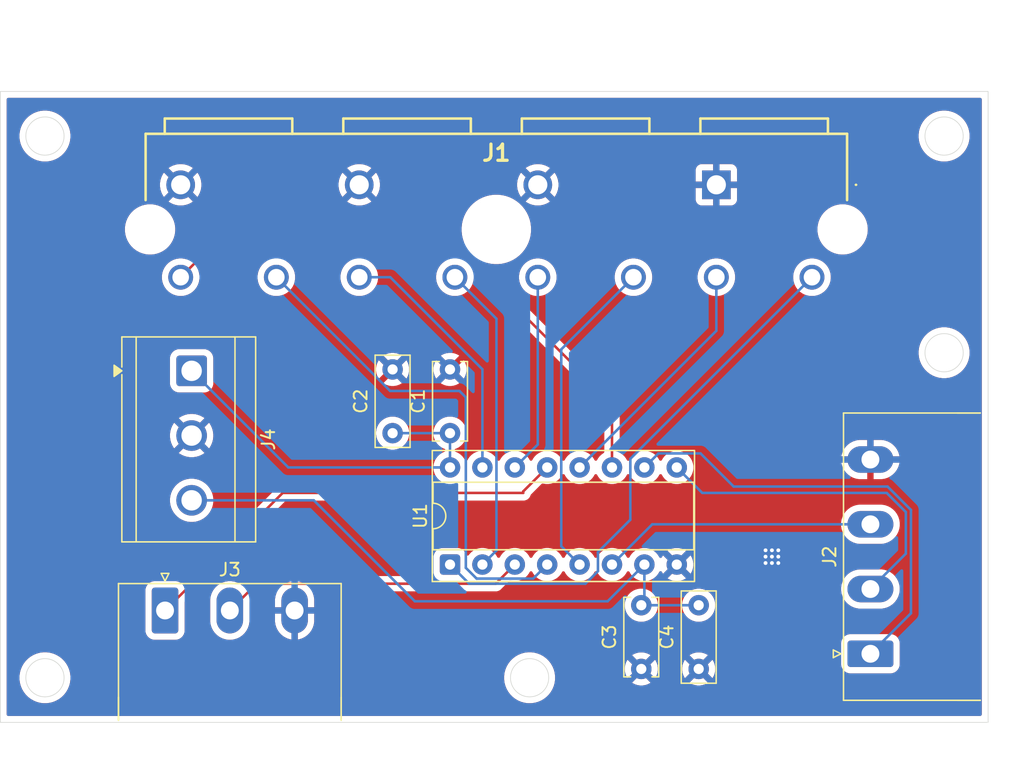
<source format=kicad_pcb>
(kicad_pcb (version 20241229) (generator "pcbnew") (generator_version "9.0")
  (layers (0 "F.Cu" signal) (2 "B.Cu" signal) (13 "F.Paste" user) (15 "B.Paste" user) (5 "F.SilkS" user "F.Silkscreen") (7 "B.SilkS" user "B.Silkscreen") (1 "F.Mask" user) (3 "B.Mask" user) (25 "Edge.Cuts" user))
  (net 0 "")
  (net 1 "+5V")
  (net 2 "GND")
  (net 3 "-5V")
  (net 4 "/CH4L")
  (net 5 "/CH4R")
  (net 6 "/CH1L")
  (net 7 "/CH2R")
  (net 8 "/CH2L")
  (net 9 "/CH3R")
  (net 10 "/CH3L")
  (net 11 "/CH1R")
  (net 12 "/CTRL_A")
  (net 13 "/CTRL_B")
  (net 14 "/MUTE")
  (net 15 "/OUT_L")
  (net 16 "/OUT_R")
  (footprint "Connector_Phoenix_MSTB:PhoenixContact_MSTBA_2,5_4-G-5,08_1x04_P5.08mm_Horizontal" (layer "F.Cu") (at 114.7225 80.62 90)
    (property "Reference" "J2" (at 7.62 -3.2 90) (layer "F.SilkS"))
    (property "Value" "Screw_Terminal_01x04")
    (fp_line (start 0.3 -2.91) (end 0 -2.31) (stroke (width 0.12)) (layer "F.SilkS"))
    (fp_line (start -0.3 -2.91) (end 0.3 -2.91) (stroke (width 0.12)) (layer "F.SilkS"))
    (fp_line (start 0 -2.31) (end -0.3 -2.91) (stroke (width 0.12)) (layer "F.SilkS"))
    (fp_line (start 18.89 -2.11) (end -3.65 -2.11) (stroke (width 0.12)) (layer "F.SilkS"))
    (fp_line (start -3.65 -2.11) (end -3.65 8.61) (stroke (width 0.12)) (layer "F.SilkS"))
    (fp_line (start 18.89 6.81) (end 18.89 8.61) (stroke (width 0.12)) (layer "F.SilkS"))
    (fp_line (start 18.89 8.61) (end 18.89 -2.11) (stroke (width 0.12)) (layer "F.SilkS"))
    (fp_line (start -3.65 8.61) (end -3.65 6.81) (stroke (width 0.12)) (layer "F.SilkS"))
    (pad "1" thru_hole roundrect (at 0 0 90) (size 2.08 3.6) (drill 1.4) (layers "*.Cu" "*.Mask") (roundrect_rratio 0.120192) (net 12 "/CTRL_A"))
    (pad "2" thru_hole oval (at 5.08 0 90) (size 2.08 3.6) (drill 1.4) (layers "*.Cu" "*.Mask") (net 13 "/CTRL_B"))
    (pad "3" thru_hole oval (at 10.16 0 90) (size 2.08 3.6) (drill 1.4) (layers "*.Cu" "*.Mask") (net 14 "/MUTE"))
    (pad "4" thru_hole oval (at 15.24 0 90) (size 2.08 3.6) (drill 1.4) (layers "*.Cu" "*.Mask") (net 2 "GND"))
  )
  (footprint "Capacitor_THT:C_Disc_D6.0mm_W2.5mm_P5.00mm" (layer "F.Cu") (at 96.758 81.81 90)
    (property "Reference" "C3" (at 2.5 -2.5 90) (layer "F.SilkS"))
    (property "Value" "100nF")
    (fp_line (start 5.62 -1.37) (end 5.62 -0.835) (stroke (width 0.12)) (layer "F.SilkS"))
    (fp_line (start -0.62 -1.37) (end 5.62 -1.37) (stroke (width 0.12)) (layer "F.SilkS"))
    (fp_line (start -0.62 -1.37) (end -0.62 -0.835) (stroke (width 0.12)) (layer "F.SilkS"))
    (fp_line (start 5.62 0.835) (end 5.62 1.37) (stroke (width 0.12)) (layer "F.SilkS"))
    (fp_line (start -0.62 0.835) (end -0.62 1.37) (stroke (width 0.12)) (layer "F.SilkS"))
    (fp_line (start -0.62 1.37) (end 5.62 1.37) (stroke (width 0.12)) (layer "F.SilkS"))
    (pad "1" thru_hole circle (at 0 0 90) (size 1.6 1.6) (drill 0.8) (layers "*.Cu" "*.Mask") (net 2 "GND"))
    (pad "2" thru_hole circle (at 5 0 90) (size 1.6 1.6) (drill 0.8) (layers "*.Cu" "*.Mask") (net 3 "-5V"))
  )
  (footprint "Capacitor_THT:C_Disc_D6.0mm_W2.5mm_P5.00mm" (layer "F.Cu") (at 81.758 63.31 90)
    (property "Reference" "C1" (at 2.5 -2.5 90) (layer "F.SilkS"))
    (property "Value" "100nF")
    (fp_line (start 5.62 -1.37) (end 5.62 -0.835) (stroke (width 0.12)) (layer "F.SilkS"))
    (fp_line (start -0.62 -1.37) (end 5.62 -1.37) (stroke (width 0.12)) (layer "F.SilkS"))
    (fp_line (start -0.62 -1.37) (end -0.62 -0.835) (stroke (width 0.12)) (layer "F.SilkS"))
    (fp_line (start 5.62 0.835) (end 5.62 1.37) (stroke (width 0.12)) (layer "F.SilkS"))
    (fp_line (start -0.62 0.835) (end -0.62 1.37) (stroke (width 0.12)) (layer "F.SilkS"))
    (fp_line (start -0.62 1.37) (end 5.62 1.37) (stroke (width 0.12)) (layer "F.SilkS"))
    (pad "1" thru_hole circle (at 0 0 90) (size 1.6 1.6) (drill 0.8) (layers "*.Cu" "*.Mask") (net 1 "+5V"))
    (pad "2" thru_hole circle (at 5 0 90) (size 1.6 1.6) (drill 0.8) (layers "*.Cu" "*.Mask") (net 2 "GND"))
  )
  (footprint "Connector_Phoenix_MSTB:PhoenixContact_MSTBA_2,5_3-G-5,08_1x03_P5.08mm_Horizontal" (layer "F.Cu") (at 59.415 77.2225)
    (property "Reference" "J3" (at 5.08 -3.2 0) (layer "F.SilkS"))
    (property "Value" "Screw_Terminal_01x03")
    (fp_line (start -3.65 -2.11) (end -3.65 8.61) (stroke (width 0.12)) (layer "F.SilkS"))
    (fp_line (start -3.65 8.61) (end -3.65 6.81) (stroke (width 0.12)) (layer "F.SilkS"))
    (fp_line (start -0.3 -2.91) (end 0.3 -2.91) (stroke (width 0.12)) (layer "F.SilkS"))
    (fp_line (start 0 -2.31) (end -0.3 -2.91) (stroke (width 0.12)) (layer "F.SilkS"))
    (fp_line (start 0.3 -2.91) (end 0 -2.31) (stroke (width 0.12)) (layer "F.SilkS"))
    (fp_line (start 13.81 -2.11) (end -3.65 -2.11) (stroke (width 0.12)) (layer "F.SilkS"))
    (fp_line (start 13.81 6.81) (end 13.81 8.61) (stroke (width 0.12)) (layer "F.SilkS"))
    (fp_line (start 13.81 8.61) (end 13.81 -2.11) (stroke (width 0.12)) (layer "F.SilkS"))
    (pad "1" thru_hole roundrect (at 0 0) (size 2.08 3.6) (drill 1.4) (layers "*.Cu" "*.Mask") (roundrect_rratio 0.120192) (net 15 "/OUT_L"))
    (pad "2" thru_hole oval (at 5.08 0) (size 2.08 3.6) (drill 1.4) (layers "*.Cu" "*.Mask") (net 16 "/OUT_R"))
    (pad "3" thru_hole oval (at 10.16 0) (size 2.08 3.6) (drill 1.4) (layers "*.Cu" "*.Mask") (net 2 "GND"))
  )
  (footprint "Package_DIP:DIP-16_W7.62mm_Socket" (layer "F.Cu") (at 81.76 73.62 90)
    (property "Reference" "U1" (at 3.81 -2.33 90) (layer "F.SilkS"))
    (property "Value" "CD4052B")
    (fp_line (start 6.46 -1.33) (end 4.81 -1.33) (stroke (width 0.12)) (layer "F.SilkS"))
    (fp_line (start 2.81 -1.33) (end 1.16 -1.33) (stroke (width 0.12)) (layer "F.SilkS"))
    (fp_line (start 1.16 -1.33) (end 1.16 19.11) (stroke (width 0.12)) (layer "F.SilkS"))
    (fp_line (start 6.46 19.11) (end 6.46 -1.33) (stroke (width 0.12)) (layer "F.SilkS"))
    (fp_line (start 1.16 19.11) (end 6.46 19.11) (stroke (width 0.12)) (layer "F.SilkS"))
    (fp_rect (start -1.33 -1.39) (end 8.95 19.17) (stroke (width 0.12)) (fill no) (layer "F.SilkS"))
    (fp_arc (start 4.81 -1.33) (mid 3.81 -0.33) (end 2.81 -1.33) (stroke (width 0.12)) (layer "F.SilkS"))
    (pad "1" thru_hole roundrect (at 0 0 90) (size 1.6 1.6) (drill 0.8) (layers "*.Cu" "*.Mask") (roundrect_rratio 0.15625) (net 11 "/CH1R"))
    (pad "2" thru_hole circle (at 0 2.54 90) (size 1.6 1.6) (drill 0.8) (layers "*.Cu" "*.Mask") (net 9 "/CH3R"))
    (pad "3" thru_hole circle (at 0 5.08 90) (size 1.6 1.6) (drill 0.8) (layers "*.Cu" "*.Mask") (net 16 "/OUT_R"))
    (pad "4" thru_hole circle (at 0 7.62 90) (size 1.6 1.6) (drill 0.8) (layers "*.Cu" "*.Mask") (net 5 "/CH4R"))
    (pad "5" thru_hole circle (at 0 10.16 90) (size 1.6 1.6) (drill 0.8) (layers "*.Cu" "*.Mask") (net 7 "/CH2R"))
    (pad "6" thru_hole circle (at 0 12.7 90) (size 1.6 1.6) (drill 0.8) (layers "*.Cu" "*.Mask") (net 14 "/MUTE"))
    (pad "7" thru_hole circle (at 0 15.24 90) (size 1.6 1.6) (drill 0.8) (layers "*.Cu" "*.Mask") (net 3 "-5V"))
    (pad "8" thru_hole circle (at 0 17.78 90) (size 1.6 1.6) (drill 0.8) (layers "*.Cu" "*.Mask") (net 2 "GND"))
    (pad "9" thru_hole circle (at 7.62 17.78 90) (size 1.6 1.6) (drill 0.8) (layers "*.Cu" "*.Mask") (net 13 "/CTRL_B"))
    (pad "10" thru_hole circle (at 7.62 15.24 90) (size 1.6 1.6) (drill 0.8) (layers "*.Cu" "*.Mask") (net 12 "/CTRL_A"))
    (pad "11" thru_hole circle (at 7.62 12.7 90) (size 1.6 1.6) (drill 0.8) (layers "*.Cu" "*.Mask") (net 4 "/CH4L"))
    (pad "12" thru_hole circle (at 7.62 10.16 90) (size 1.6 1.6) (drill 0.8) (layers "*.Cu" "*.Mask") (net 6 "/CH1L"))
    (pad "13" thru_hole circle (at 7.62 7.62 90) (size 1.6 1.6) (drill 0.8) (layers "*.Cu" "*.Mask") (net 15 "/OUT_L"))
    (pad "14" thru_hole circle (at 7.62 5.08 90) (size 1.6 1.6) (drill 0.8) (layers "*.Cu" "*.Mask") (net 8 "/CH2L"))
    (pad "15" thru_hole circle (at 7.62 2.54 90) (size 1.6 1.6) (drill 0.8) (layers "*.Cu" "*.Mask") (net 10 "/CH3L"))
    (pad "16" thru_hole circle (at 7.62 0 90) (size 1.6 1.6) (drill 0.8) (layers "*.Cu" "*.Mask") (net 1 "+5V"))
  )
  (footprint "Capacitor_THT:C_Rect_L7.0mm_W2.5mm_P5.00mm" (layer "F.Cu") (at 77.258 63.31 90)
    (property "Reference" "C2" (at 2.5 -2.5 90) (layer "F.SilkS"))
    (property "Value" "10uF")
    (fp_line (start 6.12 -1.37) (end 6.12 1.37) (stroke (width 0.12)) (layer "F.SilkS"))
    (fp_line (start -1.12 -1.37) (end 6.12 -1.37) (stroke (width 0.12)) (layer "F.SilkS"))
    (fp_line (start -1.12 -1.37) (end -1.12 1.37) (stroke (width 0.12)) (layer "F.SilkS"))
    (fp_line (start -1.12 1.37) (end 6.12 1.37) (stroke (width 0.12)) (layer "F.SilkS"))
    (pad "1" thru_hole circle (at 0 0 90) (size 1.6 1.6) (drill 0.8) (layers "*.Cu" "*.Mask") (net 1 "+5V"))
    (pad "2" thru_hole circle (at 5 0 90) (size 1.6 1.6) (drill 0.8) (layers "*.Cu" "*.Mask") (net 2 "GND"))
  )
  (footprint "PJRAS4X2U01AUX:PJRAS4X2U01AUX" (layer "F.Cu") (at 102.642 43.825 180)
    (property "Reference" "J1" (at 17.25 2.5 180) (layer "F.SilkS") (effects (font (size 1.27 1.27) (thickness 0.254))))
    (property "Value" "PJRAS4X2U01AUX" (hide yes))
    (fp_line (start 44.75 4) (end -10.25 4) (stroke (width 0.2)) (layer "F.SilkS"))
    (fp_line (start 44.75 -1.2) (end 44.75 4) (stroke (width 0.2)) (layer "F.SilkS"))
    (fp_line (start 43.25 5.2) (end 43.25 4) (stroke (width 0.2)) (layer "F.SilkS"))
    (fp_line (start 33.25 5.2) (end 43.25 5.2) (stroke (width 0.2)) (layer "F.SilkS"))
    (fp_line (start 33.25 4) (end 33.25 5.2) (stroke (width 0.2)) (layer "F.SilkS"))
    (fp_line (start 29.25 5.2) (end 29.25 4) (stroke (width 0.2)) (layer "F.SilkS"))
    (fp_line (start 19.25 5.2) (end 29.25 5.2) (stroke (width 0.2)) (layer "F.SilkS"))
    (fp_line (start 19.25 4) (end 19.25 5.2) (stroke (width 0.2)) (layer "F.SilkS"))
    (fp_line (start 15.25 5.2) (end 15.25 4) (stroke (width 0.2)) (layer "F.SilkS"))
    (fp_line (start 5.25 5.2) (end 15.25 5.2) (stroke (width 0.2)) (layer "F.SilkS"))
    (fp_line (start 5.25 4) (end 5.25 5.2) (stroke (width 0.2)) (layer "F.SilkS"))
    (fp_line (start 1.25 5.2) (end 1.25 4) (stroke (width 0.2)) (layer "F.SilkS"))
    (fp_line (start -8.75 5.2) (end 1.25 5.2) (stroke (width 0.2)) (layer "F.SilkS"))
    (fp_line (start -8.75 4) (end -8.75 5.2) (stroke (width 0.2)) (layer "F.SilkS"))
    (fp_line (start -10.25 4) (end -10.25 -1.2) (stroke (width 0.2)) (layer "F.SilkS"))
    (fp_line (start -10.9 0) (end -10.9 0) (stroke (width 0.1)) (layer "F.SilkS"))
    (fp_line (start -11 0) (end -11 0) (stroke (width 0.1)) (layer "F.SilkS"))
    (fp_arc (start -10.9 0) (mid -10.95 0.05) (end -11 0) (stroke (width 0.1)) (layer "F.SilkS"))
    (fp_arc (start -11 0) (mid -10.95 -0.05) (end -10.9 0) (stroke (width 0.1)) (layer "F.SilkS"))
    (pad "" np_thru_hole circle (at -9.9 -3.5 180) (size 3.45 3.45) (drill 3.45) (layers "*.Cu" "*.Mask"))
    (pad "" np_thru_hole circle (at 17.25 -3.5 180) (size 4.95 4.95) (drill 4.95) (layers "*.Cu" "*.Mask"))
    (pad "" np_thru_hole circle (at 44.4 -3.5 180) (size 3.45 3.45) (drill 3.45) (layers "*.Cu" "*.Mask"))
    (pad "S1" thru_hole rect (at 0 0 180) (size 2.25 2.25) (drill 1.5) (layers "*.Cu" "*.Mask") (net 2 "GND"))
    (pad "S2" thru_hole circle (at 14 0 180) (size 2.25 2.25) (drill 1.5) (layers "*.Cu" "*.Mask") (net 2 "GND"))
    (pad "S3" thru_hole circle (at 28 0 180) (size 2.25 2.25) (drill 1.5) (layers "*.Cu" "*.Mask") (net 2 "GND"))
    (pad "S4" thru_hole circle (at 42 0 180) (size 2.25 2.25) (drill 1.5) (layers "*.Cu" "*.Mask") (net 2 "GND"))
    (pad "T11" thru_hole circle (at -7.5 -7.25 180) (size 1.95 1.95) (drill 1.3) (layers "*.Cu" "*.Mask") (net 11 "/CH1R"))
    (pad "T12" thru_hole circle (at 0 -7.25 180) (size 1.95 1.95) (drill 1.3) (layers "*.Cu" "*.Mask") (net 6 "/CH1L"))
    (pad "T21" thru_hole circle (at 6.5 -7.25 180) (size 1.95 1.95) (drill 1.3) (layers "*.Cu" "*.Mask") (net 7 "/CH2R"))
    (pad "T22" thru_hole circle (at 14 -7.25 180) (size 1.95 1.95) (drill 1.3) (layers "*.Cu" "*.Mask") (net 8 "/CH2L"))
    (pad "T31" thru_hole circle (at 20.5 -7.25 180) (size 1.95 1.95) (drill 1.3) (layers "*.Cu" "*.Mask") (net 9 "/CH3R"))
    (pad "T32" thru_hole circle (at 28 -7.25 180) (size 1.95 1.95) (drill 1.3) (layers "*.Cu" "*.Mask") (net 10 "/CH3L"))
    (pad "T41" thru_hole circle (at 34.5 -7.25 180) (size 1.95 1.95) (drill 1.3) (layers "*.Cu" "*.Mask") (net 5 "/CH4R"))
    (pad "T42" thru_hole circle (at 42 -7.25 180) (size 1.95 1.95) (drill 1.3) (layers "*.Cu" "*.Mask") (net 4 "/CH4L"))
  )
  (footprint "TerminalBlock_CUI:TerminalBlock_CUI_TB007-508-03_1x03_P5.08mm_Horizontal" (layer "F.Cu") (at 61.5 58.42 -90)
    (property "Reference" "J4" (at 5.38 -6.02 90) (layer "F.SilkS"))
    (property "Value" "Screw_Terminal_01x03")
    (fp_line (start -2.66 5.47) (end -0.3 5.47) (stroke (width 0.12)) (layer "F.SilkS"))
    (fp_line (start 0.3 5.47) (end 13.42 5.47) (stroke (width 0.12)) (layer "F.SilkS"))
    (fp_line (start -2.66 4.35) (end 13.42 4.35) (stroke (width 0.12)) (layer "F.SilkS"))
    (fp_line (start -2.66 -3.4) (end 13.42 -3.4) (stroke (width 0.12)) (layer "F.SilkS"))
    (fp_line (start -2.66 -5.02) (end -2.66 5.47) (stroke (width 0.12)) (layer "F.SilkS"))
    (fp_line (start -2.66 -5.02) (end 13.42 -5.02) (stroke (width 0.12)) (layer "F.SilkS"))
    (fp_line (start 13.42 -5.02) (end 13.42 5.47) (stroke (width 0.12)) (layer "F.SilkS"))
    (fp_poly (pts (xy 0 5.47) (xy 0.44 6.08) (xy -0.44 6.08)) (stroke (width 0.12)) (fill yes) (layer "F.SilkS"))
    (pad "1" thru_hole roundrect (at 0 0 270) (size 2.4 2.4) (drill 1.6) (layers "*.Cu" "*.Mask") (roundrect_rratio 0.104167) (net 1 "+5V"))
    (pad "2" thru_hole circle (at 5.08 0 270) (size 2.4 2.4) (drill 1.6) (layers "*.Cu" "*.Mask") (net 2 "GND"))
    (pad "3" thru_hole circle (at 10.16 0 270) (size 2.4 2.4) (drill 1.6) (layers "*.Cu" "*.Mask") (net 3 "-5V"))
  )
  (footprint "Capacitor_THT:C_Rect_L7.0mm_W2.5mm_P5.00mm" (layer "F.Cu") (at 101.258 81.81 90)
    (property "Reference" "C4" (at 2.5 -2.5 90) (layer "F.SilkS"))
    (property "Value" "10uF")
    (fp_line (start 6.12 -1.37) (end 6.12 1.37) (stroke (width 0.12)) (layer "F.SilkS"))
    (fp_line (start -1.12 -1.37) (end 6.12 -1.37) (stroke (width 0.12)) (layer "F.SilkS"))
    (fp_line (start -1.12 -1.37) (end -1.12 1.37) (stroke (width 0.12)) (layer "F.SilkS"))
    (fp_line (start -1.12 1.37) (end 6.12 1.37) (stroke (width 0.12)) (layer "F.SilkS"))
    (pad "1" thru_hole circle (at 0 0 90) (size 1.6 1.6) (drill 0.8) (layers "*.Cu" "*.Mask") (net 2 "GND"))
    (pad "2" thru_hole circle (at 5 0 90) (size 1.6 1.6) (drill 0.8) (layers "*.Cu" "*.Mask") (net 3 "-5V"))
  )
  (gr_circle (center 50 82.5) (end 50 84) (stroke (width 0.05)) (fill no) (layer "Edge.Cuts"))
  (gr_rect (start 46.5 36.5) (end 123.9525 86) (stroke (width 0.05)) (fill no) (layer "Edge.Cuts"))
  (gr_circle (center 50 40) (end 50 41.5) (stroke (width 0.05)) (fill no) (layer "Edge.Cuts"))
  (gr_circle (center 120.5 40) (end 120.5 41.5) (stroke (width 0.05)) (fill no) (layer "Edge.Cuts"))
  (gr_circle (center 88 82.5) (end 88 84) (stroke (width 0.05)) (fill no) (layer "Edge.Cuts"))
  (gr_circle (center 120.5 57) (end 120.5 58.5) (stroke (width 0.05)) (fill no) (layer "Edge.Cuts"))
  (segment (start 81.758 63.31) (end 77.258 63.31) (width 0.2) (layer "B.Cu") (net 1))
  (segment (start 81.758 65.998) (end 81.76 66) (width 0.2) (layer "B.Cu") (net 1))
  (segment (start 81.758 63.31) (end 81.758 65.998) (width 0.2) (layer "B.Cu") (net 1))
  (segment (start 81.76 66) (end 69.08 66) (width 0.2) (layer "B.Cu") (net 1))
  (segment (start 69.08 66) (end 61.5 58.42) (width 0.2) (layer "B.Cu") (net 1))
  (via (at 107.5 73) (size 0.6) (drill 0.3) (layers "F.Cu" "B.Cu") (net 2))
  (via (at 106.5 73) (size 0.6) (drill 0.3) (layers "F.Cu" "B.Cu") (net 2))
  (via (at 107 73.5) (size 0.6) (drill 0.3) (layers "F.Cu" "B.Cu") (net 2))
  (via (at 106.5 73.5) (size 0.6) (drill 0.3) (layers "F.Cu" "B.Cu") (net 2))
  (via (at 107.5 72.5) (size 0.6) (drill 0.3) (layers "F.Cu" "B.Cu") (net 2))
  (via (at 106.5 72.5) (size 0.6) (drill 0.3) (layers "F.Cu" "B.Cu") (net 2))
  (via (at 107 72.5) (size 0.6) (drill 0.3) (layers "F.Cu" "B.Cu") (net 2))
  (via (at 107 73) (size 0.6) (drill 0.3) (layers "F.Cu" "B.Cu") (net 2))
  (via (at 107.5 73.5) (size 0.6) (drill 0.3) (layers "F.Cu" "B.Cu") (net 2))
  (segment (start 79 76.5) (end 94.12 76.5) (width 0.2) (layer "B.Cu") (net 3))
  (segment (start 71.08 68.58) (end 79 76.5) (width 0.2) (layer "B.Cu") (net 3))
  (segment (start 96.758 76.81) (end 101.258 76.81) (width 0.2) (layer "B.Cu") (net 3))
  (segment (start 61.5 68.58) (end 71.08 68.58) (width 0.2) (layer "B.Cu") (net 3))
  (segment (start 94.12 76.5) (end 97 73.62) (width 0.2) (layer "B.Cu") (net 3))
  (segment (start 97 73.62) (end 97 76.568) (width 0.2) (layer "B.Cu") (net 3))
  (segment (start 97 76.568) (end 96.758 76.81) (width 0.2) (layer "B.Cu") (net 3))
  (segment (start 94.46 60.96) (end 94.46 66) (width 0.2) (layer "F.Cu") (net 4))
  (segment (start 60.642 51.075) (end 62.717 49) (width 0.2) (layer "F.Cu") (net 4))
  (segment (start 62.717 49) (end 82.5 49) (width 0.2) (layer "F.Cu") (net 4))
  (segment (start 82.5 49) (end 94.46 60.96) (width 0.2) (layer "F.Cu") (net 4))
  (segment (start 83.84395 74.721) (end 88.279 74.721) (width 0.2) (layer "B.Cu") (net 5))
  (segment (start 77.067 60) (end 82.5 60) (width 0.2) (layer "B.Cu") (net 5))
  (segment (start 83 73.87705) (end 83.84395 74.721) (width 0.2) (layer "B.Cu") (net 5))
  (segment (start 83 60.5) (end 83 73.87705) (width 0.2) (layer "B.Cu") (net 5))
  (segment (start 88.279 74.721) (end 89.38 73.62) (width 0.2) (layer "B.Cu") (net 5))
  (segment (start 68.142 51.075) (end 77.067 60) (width 0.2) (layer "B.Cu") (net 5))
  (segment (start 82.5 60) (end 83 60.5) (width 0.2) (layer "B.Cu") (net 5))
  (segment (start 102.642 51.075) (end 102.642 55.278) (width 0.2) (layer "B.Cu") (net 6))
  (segment (start 102.642 55.278) (end 91.92 66) (width 0.2) (layer "B.Cu") (net 6))
  (segment (start 90.481 56.736) (end 90.481 72.181) (width 0.2) (layer "B.Cu") (net 7))
  (segment (start 96.142 51.075) (end 90.481 56.736) (width 0.2) (layer "B.Cu") (net 7))
  (segment (start 90.481 72.181) (end 91.92 73.62) (width 0.2) (layer "B.Cu") (net 7))
  (segment (start 88.642 64.198) (end 86.84 66) (width 0.2) (layer "B.Cu") (net 8))
  (segment (start 88.642 51.075) (end 88.642 64.198) (width 0.2) (layer "B.Cu") (net 8))
  (segment (start 85.401 72.519) (end 84.3 73.62) (width 0.2) (layer "B.Cu") (net 9))
  (segment (start 82.142 51.075) (end 85.401 54.334) (width 0.2) (layer "B.Cu") (net 9))
  (segment (start 85.401 54.334) (end 85.401 72.519) (width 0.2) (layer "B.Cu") (net 9))
  (segment (start 84.3 58.3) (end 84.3 66) (width 0.2) (layer "B.Cu") (net 10))
  (segment (start 74.642 51.075) (end 77.075 51.075) (width 0.2) (layer "B.Cu") (net 10))
  (segment (start 77.075 51.075) (end 84.3 58.3) (width 0.2) (layer "B.Cu") (net 10))
  (segment (start 93.359 74.141) (end 92.378 75.122) (width 0.2) (layer "B.Cu") (net 11))
  (segment (start 93.359 72.641) (end 93.359 74.141) (width 0.2) (layer "B.Cu") (net 11))
  (segment (start 95.899 65.318) (end 95.899 70.101) (width 0.2) (layer "B.Cu") (net 11))
  (segment (start 110.142 51.075) (end 95.899 65.318) (width 0.2) (layer "B.Cu") (net 11))
  (segment (start 95.899 70.101) (end 93.359 72.641) (width 0.2) (layer "B.Cu") (net 11))
  (segment (start 83.262 75.122) (end 81.76 73.62) (width 0.2) (layer "B.Cu") (net 11))
  (segment (start 92.378 75.122) (end 83.262 75.122) (width 0.2) (layer "B.Cu") (net 11))
  (segment (start 104 67.5) (end 101.399 64.899) (width 0.2) (layer "B.Cu") (net 12))
  (segment (start 101.399 64.899) (end 98.101 64.899) (width 0.2) (layer "B.Cu") (net 12))
  (segment (start 114.7225 80.62) (end 117.901 77.4415) (width 0.2) (layer "B.Cu") (net 12))
  (segment (start 98.101 64.899) (end 97 66) (width 0.2) (layer "B.Cu") (net 12))
  (segment (start 117.901 77.4415) (end 117.901 69.3339) (width 0.2) (layer "B.Cu") (net 12))
  (segment (start 116.0671 67.5) (end 104 67.5) (width 0.2) (layer "B.Cu") (net 12))
  (segment (start 117.901 69.3339) (end 116.0671 67.5) (width 0.2) (layer "B.Cu") (net 12))
  (segment (start 116 68) (end 101.54 68) (width 0.2) (layer "B.Cu") (net 13))
  (segment (start 114.7225 75.54) (end 117.5 72.7625) (width 0.2) (layer "B.Cu") (net 13))
  (segment (start 117.5 69.5) (end 116 68) (width 0.2) (layer "B.Cu") (net 13))
  (segment (start 117.5 72.7625) (end 117.5 69.5) (width 0.2) (layer "B.Cu") (net 13))
  (segment (start 101.54 68) (end 99.54 66) (width 0.2) (layer "B.Cu") (net 13))
  (segment (start 114.7225 70.46) (end 97.62 70.46) (width 0.2) (layer "B.Cu") (net 14))
  (segment (start 97.62 70.46) (end 94.46 73.62) (width 0.2) (layer "B.Cu") (net 14))
  (segment (start 87.5 68) (end 87.5 67.88) (width 0.2) (layer "F.Cu") (net 15))
  (segment (start 68.6375 68) (end 87.5 68) (width 0.2) (layer "F.Cu") (net 15))
  (segment (start 87.5 67.88) (end 89.38 66) (width 0.2) (layer "F.Cu") (net 15))
  (segment (start 59.415 77.2225) (end 68.6375 68) (width 0.2) (layer "F.Cu") (net 15))
  (segment (start 64.495 77.2225) (end 66.596 75.1215) (width 0.2) (layer "F.Cu") (net 16))
  (segment (start 85.3385 75.1215) (end 86.84 73.62) (width 0.2) (layer "F.Cu") (net 16))
  (segment (start 66.596 75.1215) (end 85.3385 75.1215) (width 0.2) (layer "F.Cu") (net 16))
  (zone (net 2) (net_name "GND") (layer "F.Cu") (connect_pads (clearance 0.5)) (min_thickness 0.25) (fill yes (thermal_gap 0.5) (thermal_bridge_width 0.5))
    (polygon (pts (xy 47 37) (xy 123.5 37) (xy 123.5 85.5) (xy 47 85.5)))
  )
  (zone (net 2) (net_name "GND") (layer "B.Cu") (priority 1) (connect_pads (clearance 0.5)) (min_thickness 0.25) (fill yes (thermal_gap 0.5) (thermal_bridge_width 0.5))
    (polygon (pts (xy 123.5 37) (xy 47 37) (xy 47 85.5) (xy 123.5 85.5)))
  )
)
</source>
